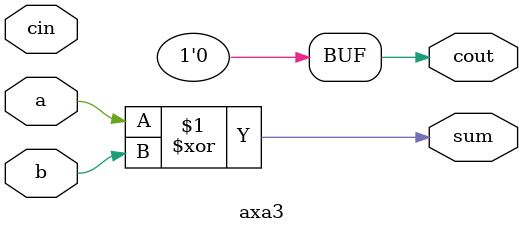
<source format=v>
module axa3 (a, b, cin, sum, cout);

input a, b, cin;
output sum, cout;

assign sum = a ^ b;
assign cout = 0;
    
endmodule
</source>
